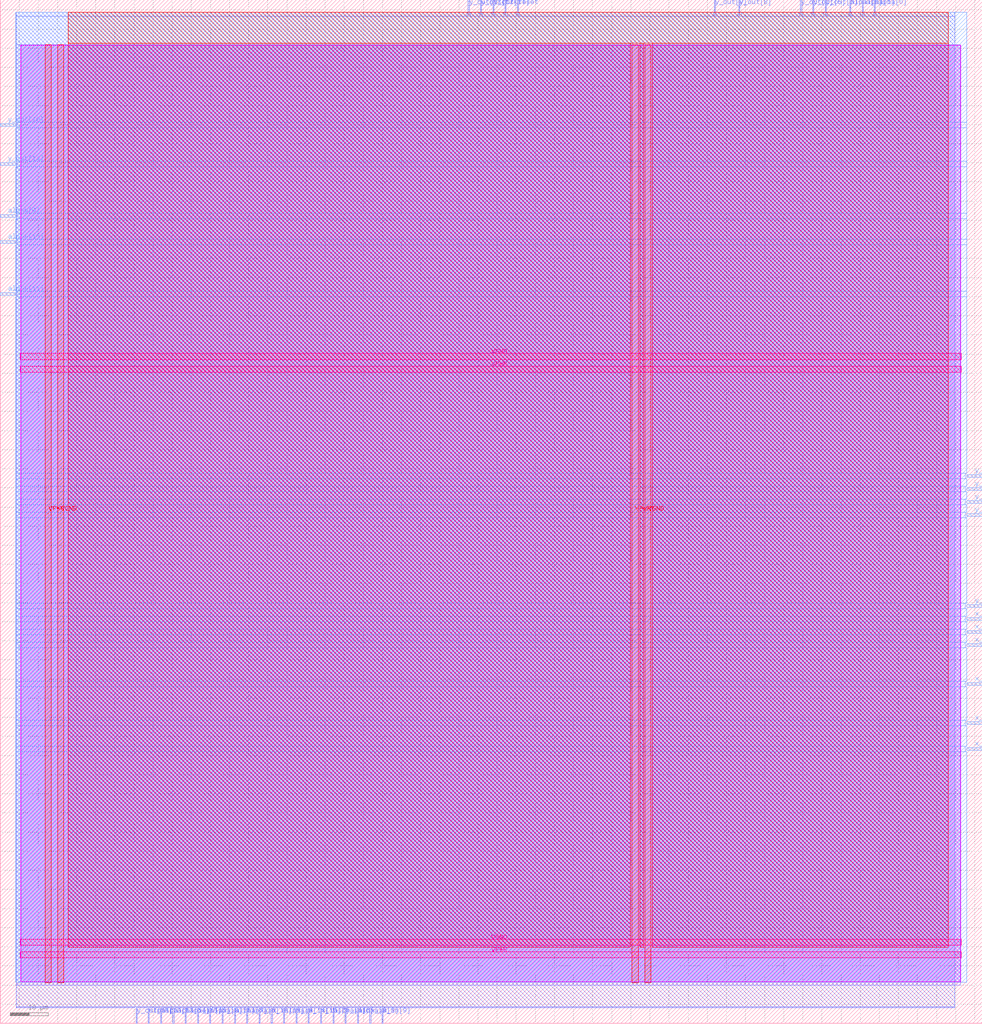
<source format=lef>
VERSION 5.7 ;
  NOWIREEXTENSIONATPIN ON ;
  DIVIDERCHAR "/" ;
  BUSBITCHARS "[]" ;
MACRO dynamic_noise_reduction
  CLASS BLOCK ;
  FOREIGN dynamic_noise_reduction ;
  ORIGIN 0.000 0.000 ;
  SIZE 256.935 BY 267.655 ;
  PIN VGND
    DIRECTION INOUT ;
    USE GROUND ;
    PORT
      LAYER met4 ;
        RECT 15.020 10.640 16.620 255.920 ;
    END
    PORT
      LAYER met4 ;
        RECT 168.620 10.640 170.220 255.920 ;
    END
    PORT
      LAYER met5 ;
        RECT 5.280 20.380 251.400 21.980 ;
    END
    PORT
      LAYER met5 ;
        RECT 5.280 173.560 251.400 175.160 ;
    END
  END VGND
  PIN VPWR
    DIRECTION INOUT ;
    USE POWER ;
    PORT
      LAYER met4 ;
        RECT 11.720 10.640 13.320 255.920 ;
    END
    PORT
      LAYER met4 ;
        RECT 165.320 10.640 166.920 255.920 ;
    END
    PORT
      LAYER met5 ;
        RECT 5.280 17.080 251.400 18.680 ;
    END
    PORT
      LAYER met5 ;
        RECT 5.280 170.260 251.400 171.860 ;
    END
  END VPWR
  PIN alpha[0]
    DIRECTION INPUT ;
    USE SIGNAL ;
    ANTENNAGATEAREA 0.495000 ;
    PORT
      LAYER met2 ;
        RECT 228.710 263.655 228.990 267.655 ;
    END
  END alpha[0]
  PIN alpha[10]
    DIRECTION INPUT ;
    USE SIGNAL ;
    ANTENNAGATEAREA 0.196500 ;
    PORT
      LAYER met3 ;
        RECT 0.000 204.040 4.000 204.640 ;
    END
  END alpha[10]
  PIN alpha[11]
    DIRECTION INPUT ;
    USE SIGNAL ;
    ANTENNAGATEAREA 0.213000 ;
    PORT
      LAYER met3 ;
        RECT 0.000 190.440 4.000 191.040 ;
    END
  END alpha[11]
  PIN alpha[12]
    DIRECTION INPUT ;
    USE SIGNAL ;
    ANTENNAGATEAREA 0.196500 ;
    PORT
      LAYER met2 ;
        RECT 38.730 0.000 39.010 4.000 ;
    END
  END alpha[12]
  PIN alpha[13]
    DIRECTION INPUT ;
    USE SIGNAL ;
    ANTENNAGATEAREA 0.196500 ;
    PORT
      LAYER met2 ;
        RECT 41.950 0.000 42.230 4.000 ;
    END
  END alpha[13]
  PIN alpha[14]
    DIRECTION INPUT ;
    USE SIGNAL ;
    ANTENNAGATEAREA 0.196500 ;
    PORT
      LAYER met2 ;
        RECT 45.170 0.000 45.450 4.000 ;
    END
  END alpha[14]
  PIN alpha[15]
    DIRECTION INPUT ;
    USE SIGNAL ;
    ANTENNAGATEAREA 0.159000 ;
    PORT
      LAYER met2 ;
        RECT 48.390 0.000 48.670 4.000 ;
    END
  END alpha[15]
  PIN alpha[1]
    DIRECTION INPUT ;
    USE SIGNAL ;
    ANTENNAGATEAREA 0.495000 ;
    PORT
      LAYER met2 ;
        RECT 225.490 263.655 225.770 267.655 ;
    END
  END alpha[1]
  PIN alpha[2]
    DIRECTION INPUT ;
    USE SIGNAL ;
    ANTENNAGATEAREA 0.495000 ;
    PORT
      LAYER met2 ;
        RECT 222.270 263.655 222.550 267.655 ;
    END
  END alpha[2]
  PIN alpha[3]
    DIRECTION INPUT ;
    USE SIGNAL ;
    ANTENNAGATEAREA 0.990000 ;
    PORT
      LAYER met2 ;
        RECT 93.470 0.000 93.750 4.000 ;
    END
  END alpha[3]
  PIN alpha[4]
    DIRECTION INPUT ;
    USE SIGNAL ;
    ANTENNAGATEAREA 0.495000 ;
    PORT
      LAYER met2 ;
        RECT 87.030 0.000 87.310 4.000 ;
    END
  END alpha[4]
  PIN alpha[5]
    DIRECTION INPUT ;
    USE SIGNAL ;
    ANTENNAGATEAREA 0.213000 ;
    PORT
      LAYER met2 ;
        RECT 74.150 0.000 74.430 4.000 ;
    END
  END alpha[5]
  PIN alpha[6]
    DIRECTION INPUT ;
    USE SIGNAL ;
    ANTENNAGATEAREA 0.213000 ;
    PORT
      LAYER met2 ;
        RECT 64.490 0.000 64.770 4.000 ;
    END
  END alpha[6]
  PIN alpha[7]
    DIRECTION INPUT ;
    USE SIGNAL ;
    ANTENNAGATEAREA 0.213000 ;
    PORT
      LAYER met2 ;
        RECT 61.270 0.000 61.550 4.000 ;
    END
  END alpha[7]
  PIN alpha[8]
    DIRECTION INPUT ;
    USE SIGNAL ;
    ANTENNAGATEAREA 0.196500 ;
    PORT
      LAYER met2 ;
        RECT 54.830 0.000 55.110 4.000 ;
    END
  END alpha[8]
  PIN alpha[9]
    DIRECTION INPUT ;
    USE SIGNAL ;
    ANTENNAGATEAREA 0.159000 ;
    PORT
      LAYER met3 ;
        RECT 0.000 210.840 4.000 211.440 ;
    END
  END alpha[9]
  PIN clk
    DIRECTION INPUT ;
    USE SIGNAL ;
    ANTENNAGATEAREA 0.852000 ;
    PORT
      LAYER met2 ;
        RECT 132.110 263.655 132.390 267.655 ;
    END
  END clk
  PIN reset
    DIRECTION INPUT ;
    USE SIGNAL ;
    ANTENNAGATEAREA 0.196500 ;
    PORT
      LAYER met2 ;
        RECT 135.330 263.655 135.610 267.655 ;
    END
  END reset
  PIN x_in[0]
    DIRECTION INPUT ;
    USE SIGNAL ;
    ANTENNAGATEAREA 0.196500 ;
    PORT
      LAYER met3 ;
        RECT 252.935 105.440 256.935 106.040 ;
    END
  END x_in[0]
  PIN x_in[10]
    DIRECTION INPUT ;
    USE SIGNAL ;
    ANTENNAGATEAREA 0.196500 ;
    PORT
      LAYER met2 ;
        RECT 51.610 0.000 51.890 4.000 ;
    END
  END x_in[10]
  PIN x_in[11]
    DIRECTION INPUT ;
    USE SIGNAL ;
    ANTENNAGATEAREA 0.196500 ;
    PORT
      LAYER met2 ;
        RECT 58.050 0.000 58.330 4.000 ;
    END
  END x_in[11]
  PIN x_in[12]
    DIRECTION INPUT ;
    USE SIGNAL ;
    ANTENNAGATEAREA 0.196500 ;
    PORT
      LAYER met2 ;
        RECT 67.710 0.000 67.990 4.000 ;
    END
  END x_in[12]
  PIN x_in[13]
    DIRECTION INPUT ;
    USE SIGNAL ;
    ANTENNAGATEAREA 0.196500 ;
    PORT
      LAYER met2 ;
        RECT 70.930 0.000 71.210 4.000 ;
    END
  END x_in[13]
  PIN x_in[14]
    DIRECTION INPUT ;
    USE SIGNAL ;
    ANTENNAGATEAREA 0.196500 ;
    PORT
      LAYER met2 ;
        RECT 77.370 0.000 77.650 4.000 ;
    END
  END x_in[14]
  PIN x_in[15]
    DIRECTION INPUT ;
    USE SIGNAL ;
    ANTENNAGATEAREA 0.196500 ;
    PORT
      LAYER met2 ;
        RECT 80.590 0.000 80.870 4.000 ;
    END
  END x_in[15]
  PIN x_in[1]
    DIRECTION INPUT ;
    USE SIGNAL ;
    ANTENNAGATEAREA 0.196500 ;
    PORT
      LAYER met3 ;
        RECT 252.935 102.040 256.935 102.640 ;
    END
  END x_in[1]
  PIN x_in[2]
    DIRECTION INPUT ;
    USE SIGNAL ;
    ANTENNAGATEAREA 0.196500 ;
    PORT
      LAYER met3 ;
        RECT 252.935 98.640 256.935 99.240 ;
    END
  END x_in[2]
  PIN x_in[3]
    DIRECTION INPUT ;
    USE SIGNAL ;
    ANTENNAGATEAREA 0.196500 ;
    PORT
      LAYER met3 ;
        RECT 252.935 88.440 256.935 89.040 ;
    END
  END x_in[3]
  PIN x_in[4]
    DIRECTION INPUT ;
    USE SIGNAL ;
    ANTENNAGATEAREA 0.196500 ;
    PORT
      LAYER met3 ;
        RECT 252.935 78.240 256.935 78.840 ;
    END
  END x_in[4]
  PIN x_in[5]
    DIRECTION INPUT ;
    USE SIGNAL ;
    ANTENNAGATEAREA 0.196500 ;
    PORT
      LAYER met3 ;
        RECT 252.935 71.440 256.935 72.040 ;
    END
  END x_in[5]
  PIN x_in[6]
    DIRECTION INPUT ;
    USE SIGNAL ;
    ANTENNAGATEAREA 0.196500 ;
    PORT
      LAYER met2 ;
        RECT 90.250 0.000 90.530 4.000 ;
    END
  END x_in[6]
  PIN x_in[7]
    DIRECTION INPUT ;
    USE SIGNAL ;
    ANTENNAGATEAREA 0.196500 ;
    PORT
      LAYER met2 ;
        RECT 83.810 0.000 84.090 4.000 ;
    END
  END x_in[7]
  PIN x_in[8]
    DIRECTION INPUT ;
    USE SIGNAL ;
    ANTENNAGATEAREA 0.196500 ;
    PORT
      LAYER met2 ;
        RECT 96.690 0.000 96.970 4.000 ;
    END
  END x_in[8]
  PIN x_in[9]
    DIRECTION INPUT ;
    USE SIGNAL ;
    ANTENNAGATEAREA 0.196500 ;
    PORT
      LAYER met2 ;
        RECT 99.910 0.000 100.190 4.000 ;
    END
  END x_in[9]
  PIN y_out[0]
    DIRECTION OUTPUT ;
    USE SIGNAL ;
    ANTENNADIFFAREA 0.445500 ;
    PORT
      LAYER met3 ;
        RECT 252.935 132.640 256.935 133.240 ;
    END
  END y_out[0]
  PIN y_out[10]
    DIRECTION OUTPUT ;
    USE SIGNAL ;
    ANTENNADIFFAREA 0.445500 ;
    PORT
      LAYER met3 ;
        RECT 0.000 234.640 4.000 235.240 ;
    END
  END y_out[10]
  PIN y_out[11]
    DIRECTION OUTPUT ;
    USE SIGNAL ;
    ANTENNADIFFAREA 0.445500 ;
    PORT
      LAYER met2 ;
        RECT 128.890 263.655 129.170 267.655 ;
    END
  END y_out[11]
  PIN y_out[12]
    DIRECTION OUTPUT ;
    USE SIGNAL ;
    ANTENNADIFFAREA 0.445500 ;
    PORT
      LAYER met2 ;
        RECT 125.670 263.655 125.950 267.655 ;
    END
  END y_out[12]
  PIN y_out[13]
    DIRECTION OUTPUT ;
    USE SIGNAL ;
    ANTENNADIFFAREA 0.445500 ;
    PORT
      LAYER met2 ;
        RECT 122.450 263.655 122.730 267.655 ;
    END
  END y_out[13]
  PIN y_out[14]
    DIRECTION OUTPUT ;
    USE SIGNAL ;
    ANTENNADIFFAREA 0.445500 ;
    PORT
      LAYER met3 ;
        RECT 0.000 224.440 4.000 225.040 ;
    END
  END y_out[14]
  PIN y_out[15]
    DIRECTION OUTPUT ;
    USE SIGNAL ;
    ANTENNADIFFAREA 0.445500 ;
    PORT
      LAYER met2 ;
        RECT 35.510 0.000 35.790 4.000 ;
    END
  END y_out[15]
  PIN y_out[1]
    DIRECTION OUTPUT ;
    USE SIGNAL ;
    ANTENNADIFFAREA 0.445500 ;
    PORT
      LAYER met3 ;
        RECT 252.935 108.840 256.935 109.440 ;
    END
  END y_out[1]
  PIN y_out[2]
    DIRECTION OUTPUT ;
    USE SIGNAL ;
    ANTENNADIFFAREA 0.445500 ;
    PORT
      LAYER met3 ;
        RECT 252.935 136.040 256.935 136.640 ;
    END
  END y_out[2]
  PIN y_out[3]
    DIRECTION OUTPUT ;
    USE SIGNAL ;
    ANTENNADIFFAREA 0.445500 ;
    PORT
      LAYER met3 ;
        RECT 252.935 139.440 256.935 140.040 ;
    END
  END y_out[3]
  PIN y_out[4]
    DIRECTION OUTPUT ;
    USE SIGNAL ;
    ANTENNADIFFAREA 0.445500 ;
    PORT
      LAYER met3 ;
        RECT 252.935 142.840 256.935 143.440 ;
    END
  END y_out[4]
  PIN y_out[5]
    DIRECTION OUTPUT ;
    USE SIGNAL ;
    ANTENNADIFFAREA 0.445500 ;
    PORT
      LAYER met2 ;
        RECT 212.610 263.655 212.890 267.655 ;
    END
  END y_out[5]
  PIN y_out[6]
    DIRECTION OUTPUT ;
    USE SIGNAL ;
    ANTENNADIFFAREA 0.445500 ;
    PORT
      LAYER met2 ;
        RECT 215.830 263.655 216.110 267.655 ;
    END
  END y_out[6]
  PIN y_out[7]
    DIRECTION OUTPUT ;
    USE SIGNAL ;
    ANTENNADIFFAREA 0.445500 ;
    PORT
      LAYER met2 ;
        RECT 209.390 263.655 209.670 267.655 ;
    END
  END y_out[7]
  PIN y_out[8]
    DIRECTION OUTPUT ;
    USE SIGNAL ;
    ANTENNADIFFAREA 0.445500 ;
    PORT
      LAYER met2 ;
        RECT 193.290 263.655 193.570 267.655 ;
    END
  END y_out[8]
  PIN y_out[9]
    DIRECTION OUTPUT ;
    USE SIGNAL ;
    ANTENNADIFFAREA 0.445500 ;
    PORT
      LAYER met2 ;
        RECT 186.850 263.655 187.130 267.655 ;
    END
  END y_out[9]
  OBS
      LAYER nwell ;
        RECT 5.330 10.795 251.350 255.765 ;
      LAYER li1 ;
        RECT 5.520 10.795 251.160 255.765 ;
      LAYER met1 ;
        RECT 4.210 9.900 251.160 255.920 ;
      LAYER met2 ;
        RECT 4.230 263.375 122.170 264.365 ;
        RECT 123.010 263.375 125.390 264.365 ;
        RECT 126.230 263.375 128.610 264.365 ;
        RECT 129.450 263.375 131.830 264.365 ;
        RECT 132.670 263.375 135.050 264.365 ;
        RECT 135.890 263.375 186.570 264.365 ;
        RECT 187.410 263.375 193.010 264.365 ;
        RECT 193.850 263.375 209.110 264.365 ;
        RECT 209.950 263.375 212.330 264.365 ;
        RECT 213.170 263.375 215.550 264.365 ;
        RECT 216.390 263.375 221.990 264.365 ;
        RECT 222.830 263.375 225.210 264.365 ;
        RECT 226.050 263.375 228.430 264.365 ;
        RECT 229.270 263.375 249.690 264.365 ;
        RECT 4.230 4.280 249.690 263.375 ;
        RECT 4.230 4.000 35.230 4.280 ;
        RECT 36.070 4.000 38.450 4.280 ;
        RECT 39.290 4.000 41.670 4.280 ;
        RECT 42.510 4.000 44.890 4.280 ;
        RECT 45.730 4.000 48.110 4.280 ;
        RECT 48.950 4.000 51.330 4.280 ;
        RECT 52.170 4.000 54.550 4.280 ;
        RECT 55.390 4.000 57.770 4.280 ;
        RECT 58.610 4.000 60.990 4.280 ;
        RECT 61.830 4.000 64.210 4.280 ;
        RECT 65.050 4.000 67.430 4.280 ;
        RECT 68.270 4.000 70.650 4.280 ;
        RECT 71.490 4.000 73.870 4.280 ;
        RECT 74.710 4.000 77.090 4.280 ;
        RECT 77.930 4.000 80.310 4.280 ;
        RECT 81.150 4.000 83.530 4.280 ;
        RECT 84.370 4.000 86.750 4.280 ;
        RECT 87.590 4.000 89.970 4.280 ;
        RECT 90.810 4.000 93.190 4.280 ;
        RECT 94.030 4.000 96.410 4.280 ;
        RECT 97.250 4.000 99.630 4.280 ;
        RECT 100.470 4.000 249.690 4.280 ;
      LAYER met3 ;
        RECT 3.990 235.640 252.935 264.345 ;
        RECT 4.400 234.240 252.935 235.640 ;
        RECT 3.990 225.440 252.935 234.240 ;
        RECT 4.400 224.040 252.935 225.440 ;
        RECT 3.990 211.840 252.935 224.040 ;
        RECT 4.400 210.440 252.935 211.840 ;
        RECT 3.990 205.040 252.935 210.440 ;
        RECT 4.400 203.640 252.935 205.040 ;
        RECT 3.990 191.440 252.935 203.640 ;
        RECT 4.400 190.040 252.935 191.440 ;
        RECT 3.990 143.840 252.935 190.040 ;
        RECT 3.990 142.440 252.535 143.840 ;
        RECT 3.990 140.440 252.935 142.440 ;
        RECT 3.990 139.040 252.535 140.440 ;
        RECT 3.990 137.040 252.935 139.040 ;
        RECT 3.990 135.640 252.535 137.040 ;
        RECT 3.990 133.640 252.935 135.640 ;
        RECT 3.990 132.240 252.535 133.640 ;
        RECT 3.990 109.840 252.935 132.240 ;
        RECT 3.990 108.440 252.535 109.840 ;
        RECT 3.990 106.440 252.935 108.440 ;
        RECT 3.990 105.040 252.535 106.440 ;
        RECT 3.990 103.040 252.935 105.040 ;
        RECT 3.990 101.640 252.535 103.040 ;
        RECT 3.990 99.640 252.935 101.640 ;
        RECT 3.990 98.240 252.535 99.640 ;
        RECT 3.990 89.440 252.935 98.240 ;
        RECT 3.990 88.040 252.535 89.440 ;
        RECT 3.990 79.240 252.935 88.040 ;
        RECT 3.990 77.840 252.535 79.240 ;
        RECT 3.990 72.440 252.935 77.840 ;
        RECT 3.990 71.040 252.535 72.440 ;
        RECT 3.990 10.715 252.935 71.040 ;
      LAYER met4 ;
        RECT 17.775 256.320 248.105 264.345 ;
        RECT 17.775 19.895 164.920 256.320 ;
        RECT 167.320 19.895 168.220 256.320 ;
        RECT 170.620 19.895 248.105 256.320 ;
  END
END dynamic_noise_reduction
END LIBRARY


</source>
